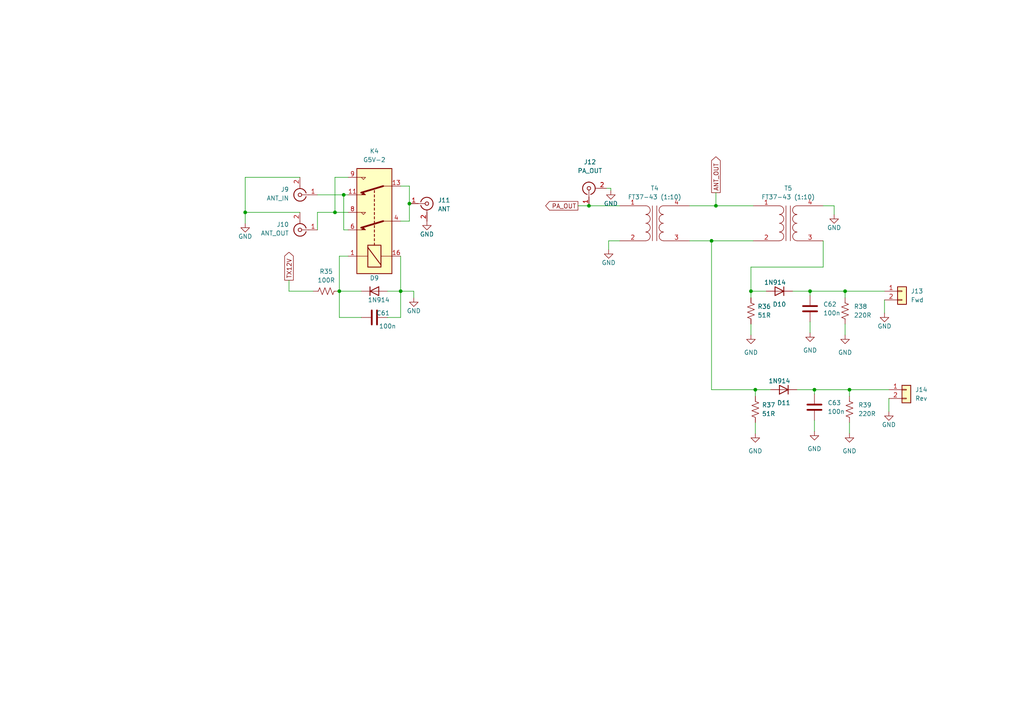
<source format=kicad_sch>
(kicad_sch (version 20211123) (generator eeschema)
  (paper "A4")
  (lib_symbols
    (symbol "Connector:Conn_Coaxial" (pin_names (offset 1.016) hide)
      (property "Reference" "J" (at 0.254 3.048 0))
      (property "Value" "Conn_Coaxial" (at 2.921 0 90))
      (symbol "Conn_Coaxial_0_1"
        (arc (start -1.778 -0.508) (mid 0.2311 -1.8066) (end 1.778 0) (stroke (width 0.254)))
        (polyline (pts (xy -2.54 0) (xy -0.508 0)))
        (polyline (pts (xy 0 -2.54) (xy 0 -1.778)))
        (circle (center 0 0) (radius 0.508) (stroke (width 0.2032)))
        (arc (start 1.778 0) (mid 0.2099 1.8101) (end -1.778 0.508) (stroke (width 0.254)))
      )
      (symbol "Conn_Coaxial_1_1"
        (pin passive line (at -5.08 0 0) (length 2.54) (name "In") (number "1"))
        (pin passive line (at 0 -5.08 90) (length 2.54) (name "Ext") (number "2"))
      )
    )
    (symbol "Connector_Generic:Conn_01x02" (pin_names (offset 1.016) hide)
      (property "Reference" "J" (at 0 2.54 0))
      (property "Value" "Conn_01x02" (at 0 -5.08 0))
      (symbol "Conn_01x02_1_1"
        (rectangle (start -1.27 -2.413) (end 0 -2.667) (stroke (width 0.1524)))
        (rectangle (start -1.27 0.127) (end 0 -0.127) (stroke (width 0.1524)))
        (rectangle (start -1.27 1.27) (end 1.27 -3.81) (stroke (width 0.254)) (fill (type background)))
        (pin passive line (at -5.08 0 0) (length 3.81) (name "Pin_1") (number "1"))
        (pin passive line (at -5.08 -2.54 0) (length 3.81) (name "Pin_2") (number "2"))
      )
    )
    (symbol "Device:C" (pin_numbers hide) (pin_names (offset 0.254))
      (property "Reference" "C" (at 0.635 2.54 0))
      (property "Value" "C" (at 0.635 -2.54 0))
      (symbol "C_0_1"
        (polyline (pts (xy -2.032 -0.762) (xy 2.032 -0.762)) (stroke (width 0.508)))
        (polyline (pts (xy -2.032 0.762) (xy 2.032 0.762)) (stroke (width 0.508)))
      )
      (symbol "C_1_1"
        (pin passive line (at 0 3.81 270) (length 2.794) (name "~") (number "1"))
        (pin passive line (at 0 -3.81 90) (length 2.794) (name "~") (number "2"))
      )
    )
    (symbol "Device:R_US" (pin_numbers hide) (pin_names (offset 0))
      (property "Reference" "R" (at 2.54 0 90))
      (property "Value" "R_US" (at -2.54 0 90))
      (symbol "R_US_0_1"
        (polyline (pts (xy 0 -2.286) (xy 0 -2.54)))
        (polyline (pts (xy 0 2.286) (xy 0 2.54)))
        (polyline (pts (xy 0 -0.762) (xy 1.016 -1.143) (xy 0 -1.524) (xy -1.016 -1.905) (xy 0 -2.286)))
        (polyline (pts (xy 0 0.762) (xy 1.016 0.381) (xy 0 0) (xy -1.016 -0.381) (xy 0 -0.762)))
        (polyline (pts (xy 0 2.286) (xy 1.016 1.905) (xy 0 1.524) (xy -1.016 1.143) (xy 0 0.762)))
      )
      (symbol "R_US_1_1"
        (pin passive line (at 0 3.81 270) (length 1.27) (name "~") (number "1"))
        (pin passive line (at 0 -3.81 90) (length 1.27) (name "~") (number "2"))
      )
    )
    (symbol "Device:Transformer_1P_1S" (pin_names (offset 1.016) hide)
      (property "Reference" "T" (at 0 6.35 0))
      (property "Value" "Transformer_1P_1S" (at 0 -7.62 0))
      (symbol "Transformer_1P_1S_0_1"
        (arc (start -2.54 -5.0546) (mid -1.6599 -4.6901) (end -1.27 -3.81))
        (arc (start -2.54 -2.5146) (mid -1.6599 -2.1501) (end -1.27 -1.27))
        (arc (start -2.54 0.0254) (mid -1.6599 0.3899) (end -1.27 1.27))
        (arc (start -2.54 2.5654) (mid -1.6599 2.9299) (end -1.27 3.81))
        (arc (start -1.27 -3.81) (mid -1.642 -2.912) (end -2.54 -2.54))
        (arc (start -1.27 -1.27) (mid -1.642 -0.372) (end -2.54 0))
        (arc (start -1.27 1.27) (mid -1.642 2.168) (end -2.54 2.54))
        (arc (start -1.27 3.81) (mid -1.642 4.708) (end -2.54 5.08))
        (polyline (pts (xy -0.635 5.08) (xy -0.635 -5.08)))
        (polyline (pts (xy 0.635 -5.08) (xy 0.635 5.08)))
        (arc (start 1.2954 -1.27) (mid 1.6599 -2.1501) (end 2.54 -2.5146))
        (arc (start 1.2954 1.27) (mid 1.6599 0.3899) (end 2.54 0.0254))
        (arc (start 1.2954 3.81) (mid 1.6599 2.9299) (end 2.54 2.5654))
        (arc (start 1.3208 -3.81) (mid 1.6853 -4.6901) (end 2.5654 -5.0546))
        (arc (start 2.54 0) (mid 1.642 -0.372) (end 1.2954 -1.27))
        (arc (start 2.54 2.54) (mid 1.642 2.168) (end 1.2954 1.27))
        (arc (start 2.54 5.08) (mid 1.642 4.708) (end 1.2954 3.81))
        (arc (start 2.5654 -2.54) (mid 1.6674 -2.912) (end 1.3208 -3.81))
      )
      (symbol "Transformer_1P_1S_1_1"
        (pin passive line (at -10.16 5.08 0) (length 7.62) (name "AA") (number "1"))
        (pin passive line (at -10.16 -5.08 0) (length 7.62) (name "AB") (number "2"))
        (pin passive line (at 10.16 -5.08 180) (length 7.62) (name "SA") (number "3"))
        (pin passive line (at 10.16 5.08 180) (length 7.62) (name "SB") (number "4"))
      )
    )
    (symbol "Diode:1N914" (pin_numbers hide) (pin_names (offset 1.016) hide)
      (property "Reference" "D" (at 0 2.54 0))
      (property "Value" "1N914" (at 0 -2.54 0))
      (symbol "1N914_0_1"
        (polyline (pts (xy -1.27 1.27) (xy -1.27 -1.27)) (stroke (width 0.254)))
        (polyline (pts (xy 1.27 0) (xy -1.27 0)))
        (polyline (pts (xy 1.27 1.27) (xy 1.27 -1.27) (xy -1.27 0) (xy 1.27 1.27)) (stroke (width 0.254)))
      )
      (symbol "1N914_1_1"
        (pin passive line (at -3.81 0 0) (length 2.54) (name "K") (number "1"))
        (pin passive line (at 3.81 0 180) (length 2.54) (name "A") (number "2"))
      )
    )
    (symbol "Relay:G5V-2"
      (property "Reference" "K" (at 16.51 3.81 0))
      (property "Value" "G5V-2" (at 16.51 1.27 0))
      (symbol "G5V-2_0_1"
        (rectangle (start -15.24 5.08) (end 15.24 -5.08) (stroke (width 0.254)) (fill (type background)))
        (rectangle (start -13.335 1.905) (end -6.985 -1.905) (stroke (width 0.254)))
        (polyline (pts (xy -12.7 -1.905) (xy -7.62 1.905)) (stroke (width 0.254)))
        (polyline (pts (xy -10.16 -5.08) (xy -10.16 -1.905)))
        (polyline (pts (xy -10.16 5.08) (xy -10.16 1.905)))
        (polyline (pts (xy -6.985 0) (xy -6.35 0)) (stroke (width 0.254)))
        (polyline (pts (xy -5.715 0) (xy -5.08 0)) (stroke (width 0.254)))
        (polyline (pts (xy -4.445 0) (xy -3.81 0)) (stroke (width 0.254)))
        (polyline (pts (xy -3.175 0) (xy -2.54 0)) (stroke (width 0.254)))
        (polyline (pts (xy -1.905 0) (xy -1.27 0)) (stroke (width 0.254)))
        (polyline (pts (xy -0.635 0) (xy 0 0)) (stroke (width 0.254)))
        (polyline (pts (xy 0 -2.54) (xy -1.905 3.81)) (stroke (width 0.508)))
        (polyline (pts (xy 0 -2.54) (xy 0 -5.08)))
        (polyline (pts (xy 0.635 0) (xy 1.27 0)) (stroke (width 0.254)))
        (polyline (pts (xy 1.905 0) (xy 2.54 0)) (stroke (width 0.254)))
        (polyline (pts (xy 3.175 0) (xy 3.81 0)) (stroke (width 0.254)))
        (polyline (pts (xy 4.445 0) (xy 5.08 0)) (stroke (width 0.254)))
        (polyline (pts (xy 5.715 0) (xy 6.35 0)) (stroke (width 0.254)))
        (polyline (pts (xy 6.985 0) (xy 7.62 0)) (stroke (width 0.254)))
        (polyline (pts (xy 8.255 0) (xy 8.89 0)) (stroke (width 0.254)))
        (polyline (pts (xy 10.16 -2.54) (xy 8.255 3.81)) (stroke (width 0.508)))
        (polyline (pts (xy 10.16 -2.54) (xy 10.16 -5.08)))
        (polyline (pts (xy -2.54 5.08) (xy -2.54 2.54) (xy -1.905 3.175) (xy -2.54 3.81)) (fill (type outline)))
        (polyline (pts (xy 2.54 5.08) (xy 2.54 2.54) (xy 1.905 3.175) (xy 2.54 3.81)))
        (polyline (pts (xy 7.62 5.08) (xy 7.62 2.54) (xy 8.255 3.175) (xy 7.62 3.81)) (fill (type outline)))
        (polyline (pts (xy 12.7 5.08) (xy 12.7 2.54) (xy 12.065 3.175) (xy 12.7 3.81)))
      )
      (symbol "G5V-2_1_1"
        (pin passive line (at -10.16 7.62 270) (length 2.54) (name "~") (number "1"))
        (pin passive line (at 7.62 7.62 270) (length 2.54) (name "~") (number "11"))
        (pin passive line (at 10.16 -7.62 90) (length 2.54) (name "~") (number "13"))
        (pin passive line (at -10.16 -7.62 90) (length 2.54) (name "~") (number "16"))
        (pin passive line (at 0 -7.62 90) (length 2.54) (name "~") (number "4"))
        (pin passive line (at -2.54 7.62 270) (length 2.54) (name "~") (number "6"))
        (pin passive line (at 2.54 7.62 270) (length 2.54) (name "~") (number "8"))
        (pin passive line (at 12.7 7.62 270) (length 2.54) (name "~") (number "9"))
      )
    )
    (symbol "power:GND" (power) (pin_names (offset 0))
      (property "Value" "GND" (at 0 -3.81 0))
      (symbol "GND_0_1"
        (polyline (pts (xy 0 0) (xy 0 -1.27) (xy 1.27 -1.27) (xy 0 -2.54) (xy -1.27 -1.27) (xy 0 -1.27)))
      )
      (symbol "GND_1_1"
        (pin power_in line (at 0 0 270) (length 0) hide (name "GND") (number "1"))
      )
    )
  )
  (junction (at 116.205 84.455))
  (junction (at 99.695 56.515))
  (junction (at 71.12 61.595))
  (junction (at 98.425 84.455))
  (junction (at 206.375 69.85))
  (junction (at 118.745 59.055))
  (junction (at 234.95 84.455))
  (junction (at 170.815 59.69))
  (junction (at 236.22 113.03))
  (junction (at 245.11 84.455))
  (junction (at 219.075 113.03))
  (junction (at 97.155 61.595))
  (junction (at 217.805 84.455))
  (junction (at 207.645 59.69))
  (junction (at 246.38 113.03))
  (wire (pts (xy 206.375 113.03) (xy 219.075 113.03)))
  (wire (pts (xy 92.075 56.515) (xy 99.695 56.515)))
  (wire (pts (xy 99.695 56.515) (xy 100.965 56.515)))
  (wire (pts (xy 177.165 54.61) (xy 177.165 55.245)))
  (wire (pts (xy 100.965 51.435) (xy 97.155 51.435)))
  (wire (pts (xy 229.87 84.455) (xy 234.95 84.455)))
  (wire (pts (xy 245.11 97.155) (xy 245.11 93.98)))
  (wire (pts (xy 176.53 69.85) (xy 176.53 72.39)))
  (wire (pts (xy 207.645 59.69) (xy 218.44 59.69)))
  (wire (pts (xy 234.95 84.455) (xy 234.95 85.725)))
  (wire (pts (xy 116.205 84.455) (xy 116.205 92.075)))
  (wire (pts (xy 92.075 61.595) (xy 92.075 66.675)))
  (wire (pts (xy 246.38 125.73) (xy 246.38 122.555)))
  (wire (pts (xy 179.705 69.85) (xy 176.53 69.85)))
  (wire (pts (xy 238.76 77.47) (xy 217.805 77.47)))
  (wire (pts (xy 71.12 51.435) (xy 71.12 61.595)))
  (wire (pts (xy 97.155 61.595) (xy 92.075 61.595)))
  (wire (pts (xy 170.815 59.69) (xy 179.705 59.69)))
  (wire (pts (xy 257.81 115.57) (xy 257.81 119.38)))
  (wire (pts (xy 71.12 61.595) (xy 71.12 64.77)))
  (wire (pts (xy 219.075 113.03) (xy 223.52 113.03)))
  (wire (pts (xy 99.695 56.515) (xy 99.695 66.675)))
  (wire (pts (xy 99.695 66.675) (xy 100.965 66.675)))
  (wire (pts (xy 112.395 84.455) (xy 116.205 84.455)))
  (wire (pts (xy 217.805 84.455) (xy 222.25 84.455)))
  (wire (pts (xy 116.205 84.455) (xy 120.015 84.455)))
  (wire (pts (xy 236.22 113.03) (xy 246.38 113.03)))
  (wire (pts (xy 100.965 61.595) (xy 97.155 61.595)))
  (wire (pts (xy 238.76 69.85) (xy 238.76 77.47)))
  (wire (pts (xy 83.82 84.455) (xy 90.805 84.455)))
  (wire (pts (xy 246.38 113.03) (xy 246.38 114.935)))
  (wire (pts (xy 175.895 54.61) (xy 177.165 54.61)))
  (wire (pts (xy 97.155 51.435) (xy 97.155 61.595)))
  (wire (pts (xy 206.375 113.03) (xy 206.375 69.85)))
  (wire (pts (xy 98.425 84.455) (xy 104.775 84.455)))
  (wire (pts (xy 245.11 84.455) (xy 256.54 84.455)))
  (wire (pts (xy 217.805 97.155) (xy 217.805 93.98)))
  (wire (pts (xy 98.425 92.075) (xy 104.775 92.075)))
  (wire (pts (xy 234.95 84.455) (xy 245.11 84.455)))
  (wire (pts (xy 116.205 53.975) (xy 118.745 53.975)))
  (wire (pts (xy 231.14 113.03) (xy 236.22 113.03)))
  (wire (pts (xy 167.64 59.69) (xy 170.815 59.69)))
  (wire (pts (xy 116.205 74.295) (xy 116.205 84.455)))
  (wire (pts (xy 120.015 84.455) (xy 120.015 86.36)))
  (wire (pts (xy 219.075 113.03) (xy 219.075 114.935)))
  (wire (pts (xy 83.82 81.28) (xy 83.82 84.455)))
  (wire (pts (xy 246.38 113.03) (xy 257.81 113.03)))
  (wire (pts (xy 98.425 84.455) (xy 98.425 92.075)))
  (wire (pts (xy 217.805 84.455) (xy 217.805 86.36)))
  (wire (pts (xy 207.645 55.88) (xy 207.645 59.69)))
  (wire (pts (xy 71.12 61.595) (xy 86.995 61.595)))
  (wire (pts (xy 118.745 53.975) (xy 118.745 59.055)))
  (wire (pts (xy 118.745 59.055) (xy 118.745 64.135)))
  (wire (pts (xy 200.025 59.69) (xy 207.645 59.69)))
  (wire (pts (xy 100.965 74.295) (xy 98.425 74.295)))
  (wire (pts (xy 241.935 59.69) (xy 241.935 62.23)))
  (wire (pts (xy 238.76 59.69) (xy 241.935 59.69)))
  (wire (pts (xy 219.075 125.73) (xy 219.075 122.555)))
  (wire (pts (xy 86.995 51.435) (xy 71.12 51.435)))
  (wire (pts (xy 236.22 113.03) (xy 236.22 114.3)))
  (wire (pts (xy 256.54 86.995) (xy 256.54 90.805)))
  (wire (pts (xy 116.205 64.135) (xy 118.745 64.135)))
  (wire (pts (xy 206.375 69.85) (xy 218.44 69.85)))
  (wire (pts (xy 217.805 77.47) (xy 217.805 84.455)))
  (wire (pts (xy 234.95 93.345) (xy 234.95 96.52)))
  (wire (pts (xy 236.22 121.92) (xy 236.22 125.095)))
  (wire (pts (xy 98.425 74.295) (xy 98.425 84.455)))
  (wire (pts (xy 245.11 84.455) (xy 245.11 86.36)))
  (wire (pts (xy 200.025 69.85) (xy 206.375 69.85)))
  (wire (pts (xy 112.395 92.075) (xy 116.205 92.075)))
  (global_label "PA_OUT" (shape output) (at 167.64 59.69 180) (property "Intersheet References" "${INTERSHEET_REFS}" (effects hide)))
  (global_label "ANT_OUT" (shape output) (at 207.645 55.88 90) (property "Intersheet References" "${INTERSHEET_REFS}" (effects hide)))
  (global_label "TX12V" (shape output) (at 83.82 81.28 90) (property "Intersheet References" "${INTERSHEET_REFS}" (effects hide)))
  (symbol (lib_id "Device:R_US") (at 246.38 118.745 180) (unit 1)
    (property "Reference" "R39" (at 248.92 117.4749 0) (effects (justify right)))
    (property "Value" "220R" (at 248.92 120.0149 0) (effects (justify right)))
    (property "Footprint" "Resistor_THT:R_Axial_DIN0207_L6.3mm_D2.5mm_P10.16mm_Horizontal" (effects hide))
  )
  (symbol (lib_id "Device:Transformer_1P_1S") (at 228.6 64.77 0) (unit 1)
    (property "Reference" "T5" (at 228.6127 54.61 0))
    (property "Value" "FT37-43 (1:10)" (at 228.6127 57.15 0))
    (property "Footprint" "Transformer_THT:Transformer_Toroid_Horizontal_D14.0mm_Amidon-T50" (effects hide))
  )
  (symbol (lib_id "Device:C") (at 236.22 118.11 0) (unit 1)
    (property "Reference" "C63" (at 240.03 116.8399 0) (effects (justify left)))
    (property "Value" "100n" (at 240.03 119.3799 0) (effects (justify left)))
    (property "Footprint" "Capacitor_THT:C_Disc_D3.4mm_W2.1mm_P2.50mm" (effects hide))
  )
  (symbol (lib_id "Diode:1N914") (at 108.585 84.455 0) (unit 1)
    (property "Reference" "D9" (at 108.585 80.645 0))
    (property "Value" "1N914" (at 109.855 86.995 0))
    (property "Footprint" "Diode_THT:D_DO-35_SOD27_P7.62mm_Horizontal" (effects hide))
    (property "Datasheet" "http://www.vishay.com/docs/85622/1n914.pdf" (effects hide))
  )
  (symbol (lib_id "power:GND") (at 123.825 64.135 0) (unit 1)
    (property "Reference" "#PWR057" (effects hide))
    (property "Value" "GND" (at 123.825 67.945 0))
  )
  (symbol (lib_id "Device:R_US") (at 94.615 84.455 270) (unit 1)
    (property "Reference" "R35" (at 94.615 78.74 90))
    (property "Value" "100R" (at 94.615 81.28 90))
    (property "Footprint" "Resistor_THT:R_Axial_DIN0207_L6.3mm_D2.5mm_P10.16mm_Horizontal" (effects hide))
  )
  (symbol (lib_id "power:GND") (at 176.53 72.39 0) (unit 1)
    (property "Reference" "#PWR058" (effects hide))
    (property "Value" "GND" (at 176.53 76.2 0))
  )
  (symbol (lib_id "power:GND") (at 217.805 97.155 0) (unit 1)
    (property "Reference" "#PWR060" (effects hide))
    (property "Value" "GND" (at 217.805 102.235 0))
  )
  (symbol (lib_id "Connector:Conn_Coaxial") (at 170.815 54.61 90) (unit 1)
    (property "Reference" "J12" (at 171.1082 46.99 90))
    (property "Value" "PA_OUT" (at 171.1082 49.53 90))
    (property "Footprint" "Connector_Coaxial:SMA_Amphenol_901-144_Vertical" (effects hide))
    (property "Datasheet" " ~" (effects hide))
  )
  (symbol (lib_id "power:GND") (at 120.015 86.36 0) (unit 1)
    (property "Reference" "#PWR056" (effects hide))
    (property "Value" "GND" (at 120.015 90.17 0))
  )
  (symbol (lib_id "power:GND") (at 71.12 64.77 0) (unit 1)
    (property "Reference" "#PWR055" (effects hide))
    (property "Value" "GND" (at 71.12 68.58 0))
  )
  (symbol (lib_id "Device:Transformer_1P_1S") (at 189.865 64.77 0) (unit 1)
    (property "Reference" "T4" (at 189.8777 54.61 0))
    (property "Value" "FT37-43 (1:10)" (at 189.8777 57.15 0))
    (property "Footprint" "Transformer_THT:Transformer_Toroid_Horizontal_D14.0mm_Amidon-T50" (effects hide))
  )
  (symbol (lib_id "Device:R_US") (at 219.075 118.745 180) (unit 1)
    (property "Reference" "R37" (at 220.98 117.4749 0) (effects (justify right)))
    (property "Value" "51R" (at 220.98 120.0149 0) (effects (justify right)))
    (property "Footprint" "Resistor_THT:R_Axial_DIN0207_L6.3mm_D2.5mm_P10.16mm_Horizontal" (effects hide))
  )
  (symbol (lib_id "power:GND") (at 236.22 125.095 0) (unit 1)
    (property "Reference" "#PWR063" (effects hide))
    (property "Value" "GND" (at 236.22 130.175 0))
  )
  (symbol (lib_id "power:GND") (at 241.935 62.23 0) (unit 1)
    (property "Reference" "#PWR064" (effects hide))
    (property "Value" "GND" (at 241.935 66.04 0))
  )
  (symbol (lib_id "Diode:1N914") (at 227.33 113.03 180) (unit 1)
    (property "Reference" "D11" (at 227.33 116.84 0))
    (property "Value" "1N914" (at 226.06 110.49 0))
    (property "Footprint" "Diode_THT:D_DO-35_SOD27_P7.62mm_Horizontal" (effects hide))
    (property "Datasheet" "http://www.vishay.com/docs/85622/1n914.pdf" (effects hide))
  )
  (symbol (lib_id "Connector:Conn_Coaxial") (at 86.995 66.675 180) (unit 1)
    (property "Reference" "J10" (at 83.82 65.1117 0) (effects (justify left)))
    (property "Value" "ANT_OUT" (at 83.82 67.6517 0) (effects (justify left)))
    (property "Footprint" "Connector_Coaxial:SMA_Amphenol_901-144_Vertical" (effects hide))
    (property "Datasheet" " ~" (effects hide))
  )
  (symbol (lib_id "power:GND") (at 234.95 96.52 0) (unit 1)
    (property "Reference" "#PWR062" (effects hide))
    (property "Value" "GND" (at 234.95 101.6 0))
  )
  (symbol (lib_id "power:GND") (at 219.075 125.73 0) (unit 1)
    (property "Reference" "#PWR061" (effects hide))
    (property "Value" "GND" (at 219.075 130.81 0))
  )
  (symbol (lib_id "Device:R_US") (at 245.11 90.17 180) (unit 1)
    (property "Reference" "R38" (at 247.65 88.8999 0) (effects (justify right)))
    (property "Value" "220R" (at 247.65 91.4399 0) (effects (justify right)))
    (property "Footprint" "Resistor_THT:R_Axial_DIN0207_L6.3mm_D2.5mm_P10.16mm_Horizontal" (effects hide))
  )
  (symbol (lib_id "power:GND") (at 246.38 125.73 0) (unit 1)
    (property "Reference" "#PWR066" (effects hide))
    (property "Value" "GND" (at 246.38 130.81 0))
  )
  (symbol (lib_id "power:GND") (at 177.165 55.245 0) (unit 1)
    (property "Reference" "#PWR059" (effects hide))
    (property "Value" "GND" (at 177.165 59.055 0))
  )
  (symbol (lib_id "power:GND") (at 257.81 119.38 0) (unit 1)
    (property "Reference" "#PWR068" (effects hide))
    (property "Value" "GND" (at 257.81 123.19 0))
  )
  (symbol (lib_id "Device:C") (at 234.95 89.535 0) (unit 1)
    (property "Reference" "C62" (at 238.76 88.2649 0) (effects (justify left)))
    (property "Value" "100n" (at 238.76 90.8049 0) (effects (justify left)))
    (property "Footprint" "Capacitor_THT:C_Disc_D3.4mm_W2.1mm_P2.50mm" (effects hide))
  )
  (symbol (lib_id "power:GND") (at 256.54 90.805 0) (unit 1)
    (property "Reference" "#PWR067" (effects hide))
    (property "Value" "GND" (at 256.54 94.615 0))
  )
  (symbol (lib_id "Connector:Conn_Coaxial") (at 86.995 56.515 180) (unit 1)
    (property "Reference" "J9" (at 83.82 54.9517 0) (effects (justify left)))
    (property "Value" "ANT_IN" (at 83.82 57.4917 0) (effects (justify left)))
    (property "Footprint" "Connector_Coaxial:SMA_Amphenol_901-144_Vertical" (effects hide))
    (property "Datasheet" " ~" (effects hide))
  )
  (symbol (lib_id "Device:C") (at 108.585 92.075 90) (unit 1)
    (property "Reference" "C61" (at 111.125 90.805 90))
    (property "Value" "100n" (at 112.395 94.615 90))
    (property "Footprint" "Capacitor_THT:C_Disc_D3.4mm_W2.1mm_P2.50mm" (effects hide))
  )
  (symbol (lib_id "Connector_Generic:Conn_01x02") (at 261.62 84.455 0) (unit 1)
    (property "Reference" "J13" (at 264.16 84.4549 0) (effects (justify left)))
    (property "Value" "Fwd" (at 264.16 86.9949 0) (effects (justify left)))
    (property "Footprint" "Connector_PinHeader_2.54mm:PinHeader_1x02_P2.54mm_Vertical" (effects hide))
  )
  (symbol (lib_id "Connector:Conn_Coaxial") (at 123.825 59.055 0) (unit 1)
    (property "Reference" "J11" (at 127 58.0781 0) (effects (justify left)))
    (property "Value" "ANT" (at 127 60.6181 0) (effects (justify left)))
    (property "Footprint" "Connector_Coaxial:SMA_Amphenol_901-144_Vertical" (effects hide))
    (property "Datasheet" " ~" (effects hide))
  )
  (symbol (lib_id "Connector_Generic:Conn_01x02") (at 262.89 113.03 0) (unit 1)
    (property "Reference" "J14" (at 265.43 113.0299 0) (effects (justify left)))
    (property "Value" "Rev" (at 265.43 115.5699 0) (effects (justify left)))
    (property "Footprint" "Connector_PinHeader_2.54mm:PinHeader_1x02_P2.54mm_Vertical" (effects hide))
  )
  (symbol (lib_id "Device:R_US") (at 217.805 90.17 180) (unit 1)
    (property "Reference" "R36" (at 219.71 88.8999 0) (effects (justify right)))
    (property "Value" "51R" (at 219.71 91.4399 0) (effects (justify right)))
    (property "Footprint" "Resistor_THT:R_Axial_DIN0207_L6.3mm_D2.5mm_P10.16mm_Horizontal" (effects hide))
  )
  (symbol (lib_id "Diode:1N914") (at 226.06 84.455 180) (unit 1)
    (property "Reference" "D10" (at 226.06 88.265 0))
    (property "Value" "1N914" (at 224.79 81.915 0))
    (property "Footprint" "Diode_THT:D_DO-35_SOD27_P7.62mm_Horizontal" (effects hide))
    (property "Datasheet" "http://www.vishay.com/docs/85622/1n914.pdf" (effects hide))
  )
  (symbol (lib_id "Relay:G5V-2") (at 108.585 64.135 90) (unit 1)
    (property "Reference" "K4" (at 108.585 43.815 90))
    (property "Value" "G5V-2" (at 108.585 46.355 90))
    (property "Footprint" "Relay_THT:Relay_DPDT_Omron_G5V-2" (effects hide))
    (property "Datasheet" "http://omronfs.omron.com/en_US/ecb/products/pdf/en-g5v_2.pdf" (effects hide))
  )
  (symbol (lib_id "power:GND") (at 245.11 97.155 0) (unit 1)
    (property "Reference" "#PWR065" (effects hide))
    (property "Value" "GND" (at 245.11 102.235 0))
  )
)
</source>
